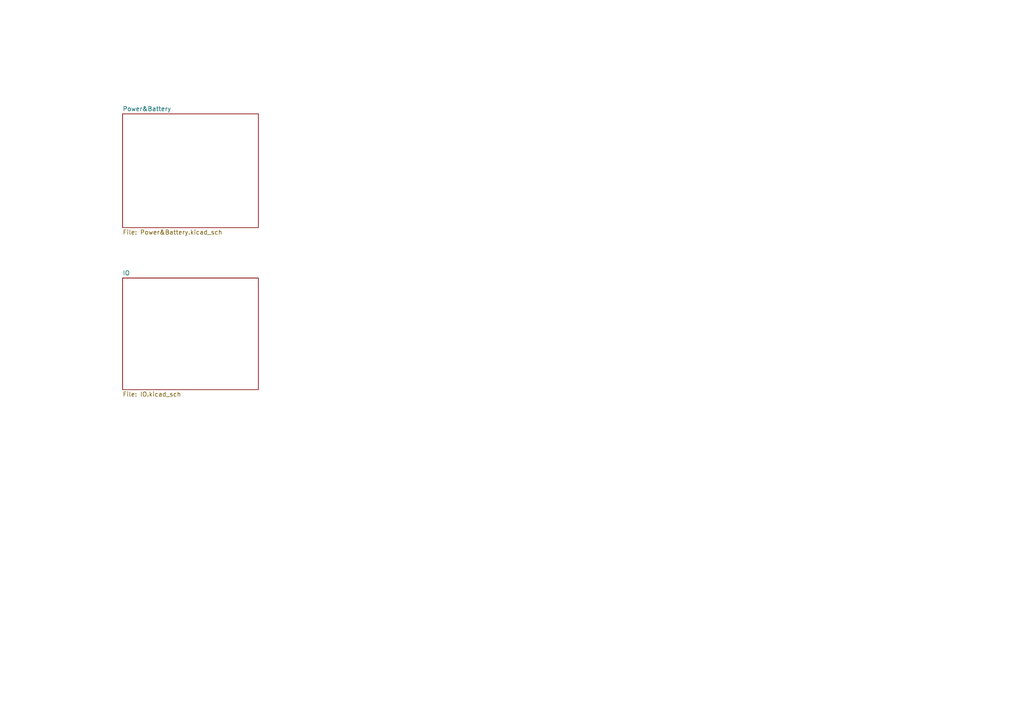
<source format=kicad_sch>
(kicad_sch
	(version 20250114)
	(generator "eeschema")
	(generator_version "9.0")
	(uuid "e49ed6f8-44fe-4a80-bc0f-4dd2a2b50b4e")
	(paper "A4")
	(lib_symbols)
	(sheet
		(at 35.56 80.645)
		(size 39.37 32.385)
		(exclude_from_sim no)
		(in_bom yes)
		(on_board yes)
		(dnp no)
		(fields_autoplaced yes)
		(stroke
			(width 0.1524)
			(type solid)
		)
		(fill
			(color 0 0 0 0.0000)
		)
		(uuid "23fd610e-af8f-488e-aab2-8e89bddfeba4")
		(property "Sheetname" "IO"
			(at 35.56 79.9334 0)
			(effects
				(font
					(size 1.27 1.27)
				)
				(justify left bottom)
			)
		)
		(property "Sheetfile" "IO.kicad_sch"
			(at 35.56 113.6146 0)
			(effects
				(font
					(size 1.27 1.27)
				)
				(justify left top)
			)
		)
		(instances
			(project "FlightComputer"
				(path "/e49ed6f8-44fe-4a80-bc0f-4dd2a2b50b4e"
					(page "3")
				)
			)
		)
	)
	(sheet
		(at 35.56 33.02)
		(size 39.37 33.02)
		(exclude_from_sim no)
		(in_bom yes)
		(on_board yes)
		(dnp no)
		(fields_autoplaced yes)
		(stroke
			(width 0.1524)
			(type solid)
		)
		(fill
			(color 0 0 0 0.0000)
		)
		(uuid "f82fc492-cd97-4243-936e-52c3020bdf96")
		(property "Sheetname" "Power&Battery"
			(at 35.56 32.3084 0)
			(effects
				(font
					(size 1.27 1.27)
				)
				(justify left bottom)
			)
		)
		(property "Sheetfile" "Power&Battery.kicad_sch"
			(at 35.56 66.6246 0)
			(effects
				(font
					(size 1.27 1.27)
				)
				(justify left top)
			)
		)
		(instances
			(project "FlightComputer"
				(path "/e49ed6f8-44fe-4a80-bc0f-4dd2a2b50b4e"
					(page "2")
				)
			)
		)
	)
	(sheet_instances
		(path "/"
			(page "1")
		)
	)
	(embedded_fonts no)
)

</source>
